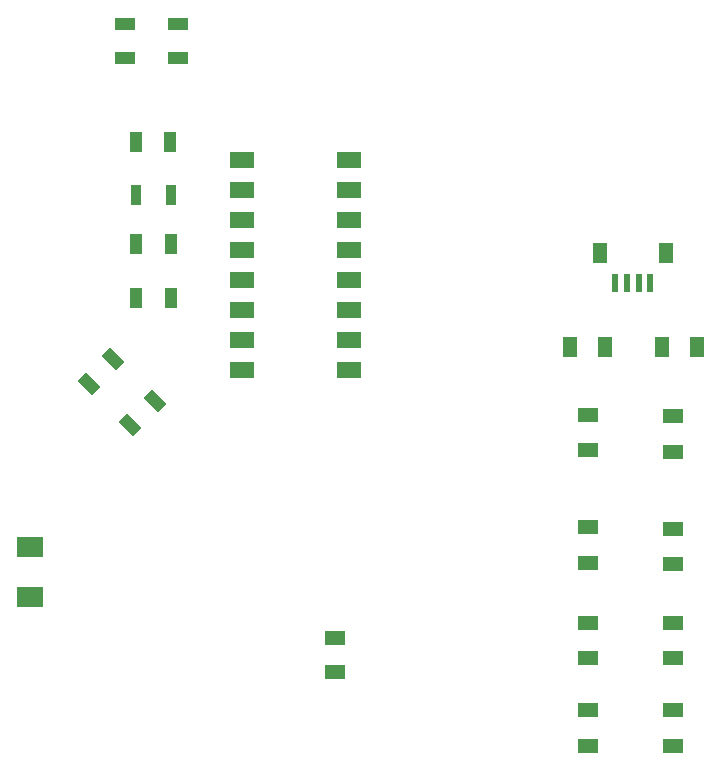
<source format=gbr>
%TF.GenerationSoftware,KiCad,Pcbnew,9.0.0*%
%TF.CreationDate,2025-06-18T07:15:52-06:00*%
%TF.ProjectId,schematic_Mk2.1,73636865-6d61-4746-9963-5f4d6b322e31,rev?*%
%TF.SameCoordinates,Original*%
%TF.FileFunction,Paste,Bot*%
%TF.FilePolarity,Positive*%
%FSLAX46Y46*%
G04 Gerber Fmt 4.6, Leading zero omitted, Abs format (unit mm)*
G04 Created by KiCad (PCBNEW 9.0.0) date 2025-06-18 07:15:52*
%MOMM*%
%LPD*%
G01*
G04 APERTURE LIST*
G04 Aperture macros list*
%AMRotRect*
0 Rectangle, with rotation*
0 The origin of the aperture is its center*
0 $1 length*
0 $2 width*
0 $3 Rotation angle, in degrees counterclockwise*
0 Add horizontal line*
21,1,$1,$2,0,0,$3*%
G04 Aperture macros list end*
%ADD10R,0.609600X1.549400*%
%ADD11R,1.193800X1.803400*%
%ADD12R,1.170000X1.770000*%
%ADD13R,1.770000X1.170000*%
%ADD14R,1.050000X1.720000*%
%ADD15RotRect,1.050000X1.720000X45.000000*%
%ADD16R,2.209800X1.651000*%
%ADD17R,1.720000X1.050000*%
%ADD18R,0.890000X1.680000*%
%ADD19R,2.090000X1.390000*%
%ADD20R,1.820000X1.200000*%
G04 APERTURE END LIST*
D10*
%TO.C,J3*%
X164500000Y-81527600D03*
X163499999Y-81527600D03*
X162500001Y-81527600D03*
X161500000Y-81527600D03*
D11*
X165799999Y-79002601D03*
X160200001Y-79002601D03*
%TD*%
D12*
%TO.C,R18*%
X157706000Y-86906000D03*
X160694000Y-86906000D03*
%TD*%
D13*
%TO.C,R11*%
X166400000Y-105294000D03*
X166400000Y-102306000D03*
%TD*%
%TO.C,R13*%
X166400000Y-113294000D03*
X166400000Y-110306000D03*
%TD*%
D14*
%TO.C,R6*%
X120990000Y-82750000D03*
X123910000Y-82750000D03*
%TD*%
D15*
%TO.C,R8*%
X120467624Y-93532376D03*
X122532376Y-91467624D03*
%TD*%
D16*
%TO.C,D1*%
X112000000Y-103879100D03*
X112000000Y-108120900D03*
%TD*%
D17*
%TO.C,R1*%
X124500000Y-59580000D03*
X124500000Y-62500000D03*
%TD*%
D14*
%TO.C,R5*%
X120990000Y-78250000D03*
X123910000Y-78250000D03*
%TD*%
D18*
%TO.C,R4*%
X120955000Y-74100000D03*
X123945000Y-74100000D03*
%TD*%
D14*
%TO.C,R3*%
X120950000Y-69600000D03*
X123870000Y-69600000D03*
%TD*%
D12*
%TO.C,R17*%
X165506000Y-86906000D03*
X168494000Y-86906000D03*
%TD*%
D13*
%TO.C,R10*%
X159200000Y-92706000D03*
X159200000Y-95694000D03*
%TD*%
D19*
%TO.C,U2*%
X129930000Y-88890000D03*
X129930000Y-86350000D03*
X129930000Y-83810000D03*
X129930000Y-81270000D03*
X129930000Y-78730000D03*
X129930000Y-76190000D03*
X129930000Y-73650000D03*
X129930000Y-71110000D03*
X139010000Y-71110000D03*
X139010000Y-73650000D03*
X139010000Y-76190000D03*
X139010000Y-78730000D03*
X139010000Y-81270000D03*
X139010000Y-83810000D03*
X139010000Y-86350000D03*
X139010000Y-88890000D03*
%TD*%
D13*
%TO.C,R9*%
X166400000Y-92800000D03*
X166400000Y-95788000D03*
%TD*%
%TO.C,R12*%
X159200000Y-105200000D03*
X159200000Y-102212000D03*
%TD*%
%TO.C,R14*%
X159200000Y-110306000D03*
X159200000Y-113294000D03*
%TD*%
%TO.C,R16*%
X166400000Y-120694000D03*
X166400000Y-117706000D03*
%TD*%
D17*
%TO.C,R2*%
X120000000Y-59580000D03*
X120000000Y-62500000D03*
%TD*%
D13*
%TO.C,R15*%
X159200000Y-120694000D03*
X159200000Y-117706000D03*
%TD*%
D20*
%TO.C,C3*%
X137800000Y-111540000D03*
X137800000Y-114460000D03*
%TD*%
D15*
%TO.C,R7*%
X116967624Y-90032376D03*
X119032376Y-87967624D03*
%TD*%
M02*

</source>
